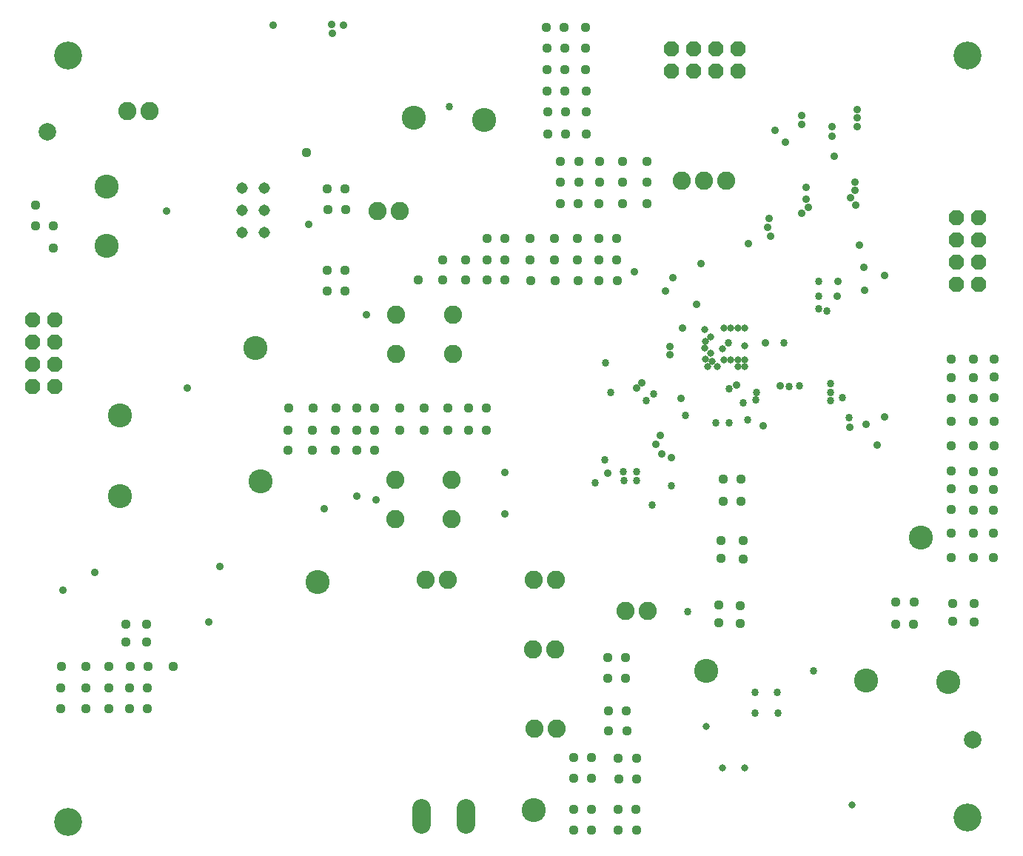
<source format=gbs>
G75*
%MOIN*%
%OFA0B0*%
%FSLAX25Y25*%
%IPPOS*%
%LPD*%
%AMOC8*
5,1,8,0,0,1.08239X$1,22.5*
%
%ADD10C,0.10800*%
%ADD11C,0.08200*%
%ADD12C,0.12611*%
%ADD13OC8,0.06800*%
%ADD14C,0.07874*%
%ADD15C,0.05162*%
%ADD16C,0.08300*%
%ADD17C,0.03200*%
%ADD18C,0.03581*%
%ADD19C,0.03400*%
%ADD20C,0.04369*%
D10*
X0173469Y0133921D03*
X0147756Y0179346D03*
X0084252Y0172417D03*
X0084252Y0208795D03*
X0145193Y0239083D03*
X0078346Y0285094D03*
X0078346Y0311709D03*
X0216745Y0342869D03*
X0248484Y0341890D03*
X0445039Y0153992D03*
X0457443Y0088761D03*
X0420217Y0089563D03*
X0348484Y0094000D03*
X0270783Y0031142D03*
D11*
X0270984Y0068000D03*
X0280984Y0068000D03*
X0280484Y0103500D03*
X0270484Y0103500D03*
X0270559Y0135000D03*
X0280559Y0135000D03*
X0311953Y0120720D03*
X0321953Y0120720D03*
X0231984Y0135000D03*
X0221984Y0135000D03*
X0233784Y0162100D03*
X0233784Y0179900D03*
X0208184Y0179900D03*
X0208184Y0162100D03*
X0208716Y0236431D03*
X0208716Y0254231D03*
X0234316Y0254231D03*
X0234316Y0236431D03*
X0210315Y0301000D03*
X0200315Y0301000D03*
X0097669Y0345728D03*
X0087669Y0345728D03*
X0337244Y0314622D03*
X0347244Y0314622D03*
X0357244Y0314622D03*
D12*
X0060984Y0026000D03*
X0465984Y0028000D03*
X0465984Y0371000D03*
X0060984Y0371000D03*
D13*
X0055000Y0251748D03*
X0055000Y0241748D03*
X0045000Y0241748D03*
X0045000Y0251748D03*
X0045000Y0231748D03*
X0045000Y0221748D03*
X0055000Y0221748D03*
X0055000Y0231748D03*
X0332720Y0364000D03*
X0342720Y0364000D03*
X0352720Y0364000D03*
X0362720Y0364000D03*
X0362720Y0374000D03*
X0352720Y0374000D03*
X0342720Y0374000D03*
X0332720Y0374000D03*
X0460984Y0298000D03*
X0470984Y0298000D03*
X0470984Y0288000D03*
X0460984Y0288000D03*
X0460984Y0278000D03*
X0470984Y0278000D03*
X0470984Y0268000D03*
X0460984Y0268000D03*
D14*
X0468484Y0063000D03*
X0051626Y0336453D03*
D15*
X0139252Y0311079D03*
X0149252Y0311079D03*
X0149252Y0301079D03*
X0139252Y0301079D03*
X0139252Y0291079D03*
X0149252Y0291079D03*
D16*
X0219984Y0032250D02*
X0219984Y0024750D01*
X0239984Y0024750D02*
X0239984Y0032250D01*
D17*
X0348484Y0068701D03*
X0355670Y0050053D03*
X0365562Y0050307D03*
X0414054Y0033629D03*
X0365709Y0230724D03*
X0362559Y0230724D03*
X0362559Y0233874D03*
X0359409Y0233874D03*
X0356260Y0233874D03*
X0353307Y0230921D03*
X0351142Y0233283D03*
X0347992Y0234268D03*
X0350354Y0236827D03*
X0347795Y0239189D03*
X0347992Y0242339D03*
X0350354Y0244307D03*
X0347598Y0247654D03*
X0356260Y0248244D03*
X0359409Y0248244D03*
X0362559Y0248244D03*
X0365709Y0248244D03*
X0365709Y0240173D03*
X0365709Y0233874D03*
X0355669Y0238795D03*
X0348976Y0230724D03*
D18*
X0362165Y0222457D03*
X0381654Y0222063D03*
X0374961Y0241354D03*
X0407441Y0262614D03*
X0407638Y0269307D03*
X0419646Y0265173D03*
X0419449Y0275409D03*
X0428701Y0271866D03*
X0417283Y0285646D03*
X0415709Y0303362D03*
X0413346Y0306709D03*
X0415512Y0310055D03*
X0415512Y0313795D03*
X0405866Y0325606D03*
X0404882Y0334661D03*
X0404882Y0338795D03*
X0416496Y0338992D03*
X0416496Y0342732D03*
X0416496Y0346472D03*
X0391496Y0343913D03*
X0391496Y0339976D03*
X0384016Y0331709D03*
X0379291Y0337220D03*
X0393268Y0311433D03*
X0393465Y0306118D03*
X0394449Y0302378D03*
X0391299Y0299819D03*
X0376535Y0297457D03*
X0376142Y0293520D03*
X0377323Y0289386D03*
X0367480Y0286236D03*
X0345906Y0277299D03*
X0333346Y0270843D03*
X0329882Y0264780D03*
X0343858Y0258874D03*
X0337559Y0248047D03*
X0332047Y0239780D03*
X0332047Y0236039D03*
X0319449Y0223638D03*
X0316890Y0221079D03*
X0336969Y0216551D03*
X0327520Y0200016D03*
X0325787Y0195961D03*
X0328307Y0191551D03*
X0332638Y0189976D03*
X0304008Y0183000D03*
X0257795Y0183047D03*
X0257717Y0164504D03*
X0199764Y0170882D03*
X0190906Y0172654D03*
X0176339Y0166748D03*
X0129213Y0141000D03*
X0124449Y0116000D03*
X0072992Y0138205D03*
X0058740Y0130252D03*
X0114528Y0221079D03*
X0195433Y0254150D03*
X0169213Y0294780D03*
X0105472Y0300803D03*
X0180079Y0380724D03*
X0179685Y0384858D03*
X0185000Y0384465D03*
X0153504Y0384661D03*
X0315945Y0273598D03*
X0373976Y0204346D03*
X0412953Y0203677D03*
X0420433Y0204740D03*
X0428701Y0208087D03*
X0425354Y0195567D03*
D19*
X0412756Y0207890D03*
X0409606Y0216748D03*
X0404291Y0215370D03*
X0404291Y0219307D03*
X0404291Y0223244D03*
X0390315Y0222260D03*
X0385787Y0221866D03*
X0371024Y0219307D03*
X0370630Y0215961D03*
X0365118Y0214386D03*
X0367087Y0206906D03*
X0358819Y0205528D03*
X0352520Y0205528D03*
X0339134Y0208874D03*
X0324685Y0218598D03*
X0321260Y0215528D03*
X0305276Y0219307D03*
X0303110Y0232496D03*
X0302520Y0188992D03*
X0311181Y0183677D03*
X0311378Y0179543D03*
X0316890Y0179543D03*
X0316890Y0183677D03*
X0332835Y0177102D03*
X0324173Y0168520D03*
X0298189Y0178362D03*
X0358819Y0220882D03*
X0383425Y0241354D03*
X0399173Y0256709D03*
X0402717Y0255724D03*
X0399173Y0262417D03*
X0399173Y0269307D03*
X0358228Y0241551D03*
X0232833Y0347721D03*
X0340118Y0120488D03*
X0370433Y0084071D03*
X0380472Y0084071D03*
X0380669Y0075016D03*
X0370433Y0075016D03*
X0396614Y0093992D03*
D20*
X0363740Y0115173D03*
X0363740Y0123244D03*
X0353898Y0123441D03*
X0353898Y0115370D03*
X0355079Y0144504D03*
X0355079Y0152575D03*
X0364921Y0152378D03*
X0364921Y0144307D03*
X0363937Y0170291D03*
X0355866Y0170291D03*
X0356063Y0180134D03*
X0364134Y0180134D03*
X0433819Y0124819D03*
X0441890Y0124819D03*
X0441693Y0114976D03*
X0433622Y0114976D03*
X0459213Y0116157D03*
X0459213Y0124228D03*
X0469055Y0124031D03*
X0469055Y0115961D03*
X0468661Y0144701D03*
X0477717Y0144701D03*
X0477717Y0155724D03*
X0468661Y0155724D03*
X0458819Y0155921D03*
X0468661Y0166157D03*
X0477717Y0166157D03*
X0477717Y0175606D03*
X0477717Y0183677D03*
X0468661Y0183677D03*
X0468661Y0175606D03*
X0458819Y0175803D03*
X0458819Y0183874D03*
X0458819Y0195094D03*
X0468661Y0195094D03*
X0477913Y0195291D03*
X0477913Y0206315D03*
X0468661Y0206118D03*
X0458819Y0206118D03*
X0458819Y0216551D03*
X0468661Y0216551D03*
X0477913Y0216748D03*
X0477913Y0226197D03*
X0477913Y0234268D03*
X0468661Y0234071D03*
X0468661Y0226000D03*
X0458819Y0226000D03*
X0458819Y0234071D03*
X0458819Y0166354D03*
X0458819Y0144898D03*
X0316890Y0054543D03*
X0308819Y0054543D03*
X0309016Y0045291D03*
X0317087Y0045291D03*
X0316693Y0031512D03*
X0308622Y0031512D03*
X0308819Y0022260D03*
X0316890Y0022260D03*
X0296811Y0022260D03*
X0288740Y0022260D03*
X0288543Y0031512D03*
X0296614Y0031512D03*
X0296811Y0045488D03*
X0288740Y0045488D03*
X0288543Y0054740D03*
X0296614Y0054740D03*
X0304488Y0066748D03*
X0312559Y0066748D03*
X0312362Y0076000D03*
X0304291Y0076000D03*
X0304094Y0090567D03*
X0312165Y0090567D03*
X0311969Y0099819D03*
X0303898Y0099819D03*
X0198976Y0193126D03*
X0190906Y0193126D03*
X0181457Y0193126D03*
X0171024Y0193126D03*
X0160000Y0193126D03*
X0160000Y0202181D03*
X0160197Y0212024D03*
X0171220Y0212024D03*
X0171024Y0202181D03*
X0181457Y0202181D03*
X0190906Y0202181D03*
X0198976Y0202181D03*
X0199173Y0212024D03*
X0191102Y0212024D03*
X0181654Y0212024D03*
X0210394Y0212024D03*
X0210394Y0202181D03*
X0221417Y0202181D03*
X0221417Y0212024D03*
X0231850Y0212024D03*
X0241299Y0212024D03*
X0249370Y0212024D03*
X0249370Y0202181D03*
X0241299Y0202181D03*
X0231850Y0202181D03*
X0185787Y0264780D03*
X0177717Y0264780D03*
X0177520Y0274031D03*
X0185591Y0274031D03*
X0185984Y0301591D03*
X0177913Y0301591D03*
X0177717Y0310843D03*
X0185787Y0310843D03*
X0168268Y0327181D03*
X0229685Y0278756D03*
X0229685Y0269701D03*
X0240118Y0269701D03*
X0240118Y0278756D03*
X0249567Y0278756D03*
X0257638Y0278756D03*
X0257638Y0269701D03*
X0249567Y0269701D03*
X0249764Y0288598D03*
X0257835Y0288598D03*
X0269055Y0288598D03*
X0269055Y0278756D03*
X0269252Y0269504D03*
X0280276Y0269504D03*
X0280079Y0278756D03*
X0280079Y0288598D03*
X0290512Y0288598D03*
X0299961Y0288598D03*
X0308031Y0288598D03*
X0308031Y0278756D03*
X0299961Y0278756D03*
X0290512Y0278756D03*
X0290709Y0269504D03*
X0300157Y0269504D03*
X0308228Y0269504D03*
X0310591Y0304150D03*
X0300157Y0304150D03*
X0290709Y0304150D03*
X0282638Y0304150D03*
X0282835Y0313992D03*
X0290906Y0313992D03*
X0290906Y0323047D03*
X0282835Y0323047D03*
X0285000Y0335646D03*
X0276929Y0335646D03*
X0276929Y0345488D03*
X0285000Y0345488D03*
X0284803Y0354740D03*
X0276732Y0354740D03*
X0276535Y0364386D03*
X0284606Y0364386D03*
X0294055Y0364386D03*
X0294055Y0374228D03*
X0293858Y0383480D03*
X0284409Y0383480D03*
X0276339Y0383480D03*
X0276535Y0374228D03*
X0284606Y0374228D03*
X0294252Y0354740D03*
X0294449Y0345488D03*
X0294449Y0335646D03*
X0300354Y0323047D03*
X0300354Y0313992D03*
X0310787Y0313992D03*
X0310787Y0323047D03*
X0321811Y0323047D03*
X0321811Y0313992D03*
X0321614Y0304150D03*
X0218661Y0269701D03*
X0054488Y0284268D03*
X0054488Y0294110D03*
X0046417Y0294110D03*
X0046220Y0303362D03*
X0087165Y0114780D03*
X0096417Y0114976D03*
X0096417Y0106906D03*
X0087165Y0106709D03*
X0088937Y0095882D03*
X0097008Y0095882D03*
X0096811Y0086039D03*
X0088740Y0086039D03*
X0088740Y0076984D03*
X0096811Y0076984D03*
X0079291Y0076984D03*
X0079291Y0086039D03*
X0079488Y0095882D03*
X0069055Y0095882D03*
X0068858Y0086039D03*
X0068858Y0076984D03*
X0057835Y0076984D03*
X0057835Y0086039D03*
X0058031Y0095882D03*
X0108228Y0095882D03*
M02*

</source>
